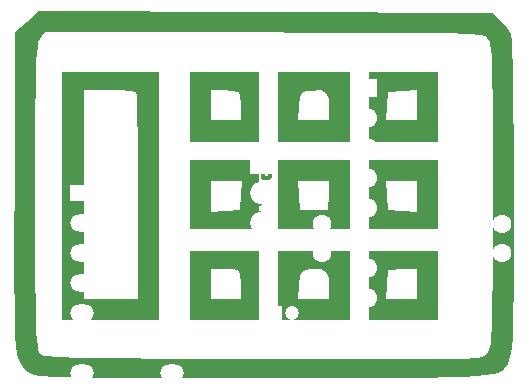
<source format=gbo>
G04 #@! TF.GenerationSoftware,KiCad,Pcbnew,7.0.7*
G04 #@! TF.CreationDate,2023-08-28T09:14:14+02:00*
G04 #@! TF.ProjectId,l293d-motor-controller,6c323933-642d-46d6-9f74-6f722d636f6e,rev?*
G04 #@! TF.SameCoordinates,Original*
G04 #@! TF.FileFunction,Legend,Bot*
G04 #@! TF.FilePolarity,Positive*
%FSLAX46Y46*%
G04 Gerber Fmt 4.6, Leading zero omitted, Abs format (unit mm)*
G04 Created by KiCad (PCBNEW 7.0.7) date 2023-08-28 09:14:14*
%MOMM*%
%LPD*%
G01*
G04 APERTURE LIST*
%ADD10C,0.300000*%
%ADD11R,1.700000X1.700000*%
%ADD12O,1.700000X1.700000*%
%ADD13R,1.600000X1.600000*%
%ADD14O,1.600000X1.600000*%
%ADD15R,2.000000X1.905000*%
%ADD16O,2.000000X1.905000*%
%ADD17R,2.000000X1.440000*%
%ADD18O,2.000000X1.440000*%
%ADD19C,1.600000*%
%ADD20R,1.200000X1.200000*%
%ADD21C,1.200000*%
G04 APERTURE END LIST*
D10*
X113549757Y-120598572D02*
X113478328Y-120455715D01*
X113478328Y-120455715D02*
X113478328Y-120241429D01*
X113478328Y-120241429D02*
X113549757Y-120027143D01*
X113549757Y-120027143D02*
X113692614Y-119884286D01*
X113692614Y-119884286D02*
X113835471Y-119812857D01*
X113835471Y-119812857D02*
X114121185Y-119741429D01*
X114121185Y-119741429D02*
X114335471Y-119741429D01*
X114335471Y-119741429D02*
X114621185Y-119812857D01*
X114621185Y-119812857D02*
X114764042Y-119884286D01*
X114764042Y-119884286D02*
X114906900Y-120027143D01*
X114906900Y-120027143D02*
X114978328Y-120241429D01*
X114978328Y-120241429D02*
X114978328Y-120384286D01*
X114978328Y-120384286D02*
X114906900Y-120598572D01*
X114906900Y-120598572D02*
X114835471Y-120670000D01*
X114835471Y-120670000D02*
X114335471Y-120670000D01*
X114335471Y-120670000D02*
X114335471Y-120384286D01*
X113478328Y-121527143D02*
X113835471Y-121527143D01*
X113692614Y-121170000D02*
X113835471Y-121527143D01*
X113835471Y-121527143D02*
X113692614Y-121884286D01*
X114121185Y-121312857D02*
X113835471Y-121527143D01*
X113835471Y-121527143D02*
X114121185Y-121741429D01*
X113478328Y-122670000D02*
X113835471Y-122670000D01*
X113692614Y-122312857D02*
X113835471Y-122670000D01*
X113835471Y-122670000D02*
X113692614Y-123027143D01*
X114121185Y-122455714D02*
X113835471Y-122670000D01*
X113835471Y-122670000D02*
X114121185Y-122884286D01*
X113478328Y-123812857D02*
X113835471Y-123812857D01*
X113692614Y-123455714D02*
X113835471Y-123812857D01*
X113835471Y-123812857D02*
X113692614Y-124170000D01*
X114121185Y-123598571D02*
X113835471Y-123812857D01*
X113835471Y-123812857D02*
X114121185Y-124027143D01*
G36*
X114358488Y-106584784D02*
G01*
X114537427Y-106585426D01*
X133757825Y-106654344D01*
X134447880Y-107295758D01*
X134497939Y-107343099D01*
X135018901Y-107926965D01*
X135350179Y-108450303D01*
X135362206Y-108500271D01*
X135403221Y-108987989D01*
X135441936Y-109923927D01*
X135477508Y-111257601D01*
X135509092Y-112938531D01*
X135535846Y-114916235D01*
X135556925Y-117140230D01*
X135571487Y-119560034D01*
X135578687Y-122125166D01*
X135579792Y-123165749D01*
X135580189Y-126009265D01*
X135575259Y-128395213D01*
X135563899Y-130365407D01*
X135545004Y-131961666D01*
X135517469Y-133225804D01*
X135480192Y-134199640D01*
X135432067Y-134924988D01*
X135371991Y-135443666D01*
X135298859Y-135797491D01*
X135211567Y-136028278D01*
X135184159Y-136082052D01*
X135050272Y-136358550D01*
X134922683Y-136598607D01*
X134766762Y-136804790D01*
X134547883Y-136979665D01*
X134231415Y-137125800D01*
X133782732Y-137245760D01*
X133167204Y-137342114D01*
X132350204Y-137417427D01*
X131297103Y-137474267D01*
X129973273Y-137515201D01*
X128344085Y-137542795D01*
X126374912Y-137559615D01*
X124031125Y-137568230D01*
X121278095Y-137571205D01*
X118081195Y-137571108D01*
X114405796Y-137570505D01*
X112135386Y-137570402D01*
X108828188Y-137569401D01*
X105977124Y-137566590D01*
X103546872Y-137561074D01*
X101502110Y-137551959D01*
X99807515Y-137538351D01*
X98427765Y-137519354D01*
X97327537Y-137494074D01*
X96471510Y-137461618D01*
X95824360Y-137421090D01*
X95350765Y-137371596D01*
X95015403Y-137312241D01*
X94782952Y-137242131D01*
X94618088Y-137160373D01*
X94485491Y-137066070D01*
X94252489Y-136876966D01*
X94022527Y-136651801D01*
X93830933Y-136378588D01*
X93674496Y-136015049D01*
X93550007Y-135518904D01*
X93454255Y-134847873D01*
X93384030Y-133959677D01*
X93336122Y-132812036D01*
X93307321Y-131362670D01*
X93294417Y-129569301D01*
X93294200Y-127389648D01*
X93303459Y-124781432D01*
X93316553Y-122184616D01*
X95057576Y-122184616D01*
X95059179Y-124830892D01*
X95065512Y-127372098D01*
X95077717Y-129476843D01*
X95096915Y-131185790D01*
X95124227Y-132539601D01*
X95160771Y-133578939D01*
X95207668Y-134344465D01*
X95266038Y-134876842D01*
X95337000Y-135216734D01*
X95421675Y-135404801D01*
X95442475Y-135432288D01*
X95533139Y-135523664D01*
X95674516Y-135602633D01*
X95902176Y-135670263D01*
X96251690Y-135727626D01*
X96758628Y-135775790D01*
X97458561Y-135815827D01*
X98387059Y-135848807D01*
X99579693Y-135875798D01*
X101072033Y-135897872D01*
X102899650Y-135916098D01*
X105098113Y-135931547D01*
X107702995Y-135945288D01*
X110749865Y-135958392D01*
X114274293Y-135971928D01*
X116137700Y-135978845D01*
X119411906Y-135990348D01*
X122227226Y-135998461D01*
X124619546Y-136002339D01*
X126624754Y-136001132D01*
X128278738Y-135993994D01*
X129617385Y-135980076D01*
X130676581Y-135958531D01*
X131492216Y-135928511D01*
X132100175Y-135889168D01*
X132536346Y-135839654D01*
X132836617Y-135779122D01*
X133036875Y-135706724D01*
X133173007Y-135621612D01*
X133280901Y-135522938D01*
X133396813Y-135393986D01*
X133494540Y-135229140D01*
X133575008Y-134985697D01*
X133639890Y-134620204D01*
X133690864Y-134089208D01*
X133729605Y-133349254D01*
X133757788Y-132356891D01*
X133777089Y-131068664D01*
X133789184Y-129441119D01*
X133795749Y-127430804D01*
X133798459Y-124994265D01*
X133798990Y-122088048D01*
X133798757Y-120387511D01*
X133796576Y-117744874D01*
X133790842Y-115548139D01*
X133780043Y-113754297D01*
X133762666Y-112320339D01*
X133737199Y-111203256D01*
X133702129Y-110360039D01*
X133655944Y-109747680D01*
X133597131Y-109323168D01*
X133524177Y-109043496D01*
X133435570Y-108865654D01*
X133329798Y-108746633D01*
X133296834Y-108719516D01*
X133152388Y-108641738D01*
X132918754Y-108574725D01*
X132560606Y-108517689D01*
X132042613Y-108469837D01*
X131329448Y-108430380D01*
X130385782Y-108398525D01*
X129176286Y-108373484D01*
X127665632Y-108354464D01*
X125818491Y-108340676D01*
X123599535Y-108331328D01*
X120973435Y-108325630D01*
X117904862Y-108322791D01*
X114358488Y-108322020D01*
X95856370Y-108322020D01*
X95456973Y-108892239D01*
X95410407Y-108969966D01*
X95326049Y-109199299D01*
X95256018Y-109557464D01*
X95199030Y-110087159D01*
X95153804Y-110831085D01*
X95119055Y-111831939D01*
X95093501Y-113132422D01*
X95075860Y-114775232D01*
X95064847Y-116803068D01*
X95059180Y-119258630D01*
X95057576Y-122184616D01*
X93316553Y-122184616D01*
X93318985Y-121702373D01*
X93389899Y-108282308D01*
X94353464Y-107399408D01*
X95317029Y-106516509D01*
X114358488Y-106584784D01*
G37*
G36*
X127384849Y-111657374D02*
G01*
X129180808Y-111657374D01*
X129180808Y-114607879D01*
X129180808Y-117558384D01*
X126230303Y-117558384D01*
X123279798Y-117558384D01*
X123279798Y-115762425D01*
X124791077Y-115762425D01*
X126087963Y-115762425D01*
X127384849Y-115762425D01*
X127384849Y-114465539D01*
X127384849Y-113168653D01*
X126166162Y-113246852D01*
X124947475Y-113325051D01*
X124869276Y-114543738D01*
X124791077Y-115762425D01*
X123279798Y-115762425D01*
X123279798Y-114607879D01*
X123279798Y-111657374D01*
X126230303Y-111657374D01*
X127384849Y-111657374D01*
G37*
G36*
X124791077Y-119097778D02*
G01*
X126230303Y-119097778D01*
X129180808Y-119097778D01*
X129180808Y-122048283D01*
X129180808Y-124998788D01*
X126230303Y-124998788D01*
X123279798Y-124998788D01*
X123279798Y-122048283D01*
X123279798Y-120893738D01*
X124791077Y-120893738D01*
X124869276Y-122112425D01*
X124947475Y-123331111D01*
X126166162Y-123409310D01*
X127384849Y-123487509D01*
X127384849Y-122190623D01*
X127384849Y-120893738D01*
X126087963Y-120893738D01*
X124791077Y-120893738D01*
X123279798Y-120893738D01*
X123279798Y-119097778D01*
X124791077Y-119097778D01*
G37*
G36*
X127384849Y-126794748D02*
G01*
X129180808Y-126794748D01*
X129180808Y-129745253D01*
X129180808Y-132695758D01*
X126230303Y-132695758D01*
X123279798Y-132695758D01*
X123279798Y-130899798D01*
X124791077Y-130899798D01*
X126087963Y-130899798D01*
X127384849Y-130899798D01*
X127384849Y-129602912D01*
X127384849Y-128306027D01*
X126166162Y-128384226D01*
X124947475Y-128462425D01*
X124869276Y-129681111D01*
X124791077Y-130899798D01*
X123279798Y-130899798D01*
X123279798Y-129745253D01*
X123279798Y-126794748D01*
X126230303Y-126794748D01*
X127384849Y-126794748D01*
G37*
G36*
X119232679Y-111657374D02*
G01*
X121740404Y-111657374D01*
X121740404Y-114607879D01*
X121740404Y-117558384D01*
X118661616Y-117558384D01*
X115582829Y-117558384D01*
X115582829Y-115762425D01*
X117350673Y-115762425D01*
X118647559Y-115762425D01*
X119944445Y-115762425D01*
X119944445Y-114599827D01*
X119913756Y-113975817D01*
X119713299Y-113437544D01*
X119232679Y-113223741D01*
X118365334Y-113242832D01*
X117998456Y-113287714D01*
X117653835Y-113435623D01*
X117498814Y-113805898D01*
X117428872Y-114543738D01*
X117350673Y-115762425D01*
X115582829Y-115762425D01*
X115582829Y-114607879D01*
X115582829Y-111657374D01*
X118661616Y-111657374D01*
X119232679Y-111657374D01*
G37*
G36*
X117350673Y-119097778D02*
G01*
X118661616Y-119097778D01*
X121740404Y-119097778D01*
X121740404Y-122048283D01*
X121740404Y-124998788D01*
X118661616Y-124998788D01*
X115582829Y-124998788D01*
X115582829Y-122048283D01*
X115582829Y-120893738D01*
X117350673Y-120893738D01*
X117428872Y-122112425D01*
X117507071Y-123331111D01*
X118661616Y-123331111D01*
X119816162Y-123331111D01*
X119894361Y-122112425D01*
X119972560Y-120893738D01*
X118661616Y-120893738D01*
X117350673Y-120893738D01*
X115582829Y-120893738D01*
X115582829Y-119097778D01*
X117350673Y-119097778D01*
G37*
G36*
X119232679Y-126794748D02*
G01*
X121740404Y-126794748D01*
X121740404Y-129745253D01*
X121740404Y-132695758D01*
X118661616Y-132695758D01*
X115582829Y-132695758D01*
X115582829Y-130899798D01*
X117350673Y-130899798D01*
X118647559Y-130899798D01*
X119944445Y-130899798D01*
X119944445Y-129737201D01*
X119913756Y-129113190D01*
X119713299Y-128574918D01*
X119232679Y-128361114D01*
X118365334Y-128380206D01*
X117998456Y-128425087D01*
X117653835Y-128572997D01*
X117498814Y-128943272D01*
X117428872Y-129681111D01*
X117350673Y-130899798D01*
X115582829Y-130899798D01*
X115582829Y-129745253D01*
X115582829Y-126794748D01*
X118661616Y-126794748D01*
X119232679Y-126794748D01*
G37*
G36*
X109938384Y-111657374D02*
G01*
X111092930Y-111657374D01*
X114043435Y-111657374D01*
X114043435Y-114607879D01*
X114043435Y-117558384D01*
X111092930Y-117558384D01*
X108142425Y-117558384D01*
X108142425Y-114607879D01*
X108142425Y-113196768D01*
X109938384Y-113196768D01*
X109938384Y-114479596D01*
X109938384Y-115762425D01*
X111221212Y-115762425D01*
X112504041Y-115762425D01*
X112504041Y-114650640D01*
X112498454Y-114363615D01*
X112438162Y-113709511D01*
X112332997Y-113367812D01*
X112253382Y-113324514D01*
X111770130Y-113233158D01*
X111050169Y-113196768D01*
X109938384Y-113196768D01*
X108142425Y-113196768D01*
X108142425Y-111657374D01*
X109938384Y-111657374D01*
G37*
G36*
X109938384Y-119097778D02*
G01*
X111092930Y-119097778D01*
X114043435Y-119097778D01*
X114043435Y-122048283D01*
X114043435Y-124998788D01*
X111092930Y-124998788D01*
X108142425Y-124998788D01*
X108142425Y-122048283D01*
X108142425Y-120893738D01*
X109938384Y-120893738D01*
X109938384Y-122190623D01*
X109938384Y-123487509D01*
X111157071Y-123409310D01*
X112375758Y-123331111D01*
X112453957Y-122112425D01*
X112532156Y-120893738D01*
X111235270Y-120893738D01*
X109938384Y-120893738D01*
X108142425Y-120893738D01*
X108142425Y-119097778D01*
X109938384Y-119097778D01*
G37*
G36*
X109938384Y-126794748D02*
G01*
X111092930Y-126794748D01*
X114043435Y-126794748D01*
X114043435Y-129745253D01*
X114043435Y-132695758D01*
X111092930Y-132695758D01*
X108142425Y-132695758D01*
X108142425Y-129745253D01*
X108142425Y-128334142D01*
X109938384Y-128334142D01*
X109938384Y-129616970D01*
X109938384Y-130899798D01*
X111221212Y-130899798D01*
X112504041Y-130899798D01*
X112504041Y-129788014D01*
X112498454Y-129500989D01*
X112438162Y-128846884D01*
X112332997Y-128505185D01*
X112253382Y-128461887D01*
X111770130Y-128370532D01*
X111050169Y-128334142D01*
X109938384Y-128334142D01*
X108142425Y-128334142D01*
X108142425Y-126794748D01*
X109938384Y-126794748D01*
G37*
G36*
X99162627Y-111657374D02*
G01*
X101471717Y-111657374D01*
X105576768Y-111657374D01*
X105576768Y-122176566D01*
X105576768Y-132695758D01*
X101471717Y-132695758D01*
X97366667Y-132695758D01*
X97366667Y-122176566D01*
X97366667Y-113196768D01*
X99162627Y-113196768D01*
X99162627Y-122048283D01*
X99162627Y-130899798D01*
X101471717Y-130899798D01*
X103780808Y-130899798D01*
X103780808Y-122219327D01*
X103778081Y-120673093D01*
X103766407Y-118728357D01*
X103746620Y-116993678D01*
X103719891Y-115529670D01*
X103687391Y-114396947D01*
X103650292Y-113656123D01*
X103609765Y-113367812D01*
X103555974Y-113340814D01*
X103098463Y-113267306D01*
X102302702Y-113216032D01*
X101300674Y-113196768D01*
X99162627Y-113196768D01*
X97366667Y-113196768D01*
X97366667Y-111657374D01*
X99162627Y-111657374D01*
G37*
%LPC*%
D11*
X127000000Y-101600000D03*
D12*
X129540000Y-101600000D03*
X132080000Y-101600000D03*
D13*
X123200000Y-113045000D03*
D14*
X123200000Y-115585000D03*
X123200000Y-118125000D03*
X123200000Y-120665000D03*
X123200000Y-123205000D03*
X123200000Y-125745000D03*
X123200000Y-128285000D03*
X123200000Y-130825000D03*
X130820000Y-130825000D03*
X130820000Y-128285000D03*
X130820000Y-125745000D03*
X130820000Y-123205000D03*
X130820000Y-120665000D03*
X130820000Y-118125000D03*
X130820000Y-115585000D03*
X130820000Y-113045000D03*
D11*
X129540000Y-139700000D03*
D12*
X129540000Y-142240000D03*
D11*
X124460000Y-139700000D03*
D12*
X124460000Y-142240000D03*
D11*
X134620000Y-139700000D03*
D12*
X134620000Y-142240000D03*
D15*
X114300000Y-119380000D03*
D16*
X114300000Y-121920000D03*
X114300000Y-124460000D03*
D17*
X99060000Y-121920000D03*
D18*
X99060000Y-124460000D03*
X99060000Y-127000000D03*
X99060000Y-129540000D03*
X99060000Y-132080000D03*
X99060000Y-134620000D03*
X99060000Y-137160000D03*
X106680000Y-137160000D03*
X106680000Y-134620000D03*
X106680000Y-132080000D03*
X106680000Y-129540000D03*
X106680000Y-127000000D03*
X106680000Y-124460000D03*
X106680000Y-121920000D03*
D19*
X119380000Y-124500000D03*
X119380000Y-127000000D03*
D11*
X114300000Y-139700000D03*
D12*
X114300000Y-142240000D03*
D11*
X104140000Y-101600000D03*
D12*
X106680000Y-101600000D03*
X109220000Y-101600000D03*
D20*
X115340000Y-132080000D03*
D21*
X116840000Y-132080000D03*
D19*
X134620000Y-127000000D03*
X134620000Y-124500000D03*
D11*
X119380000Y-139700000D03*
D12*
X119380000Y-142240000D03*
%LPD*%
M02*

</source>
